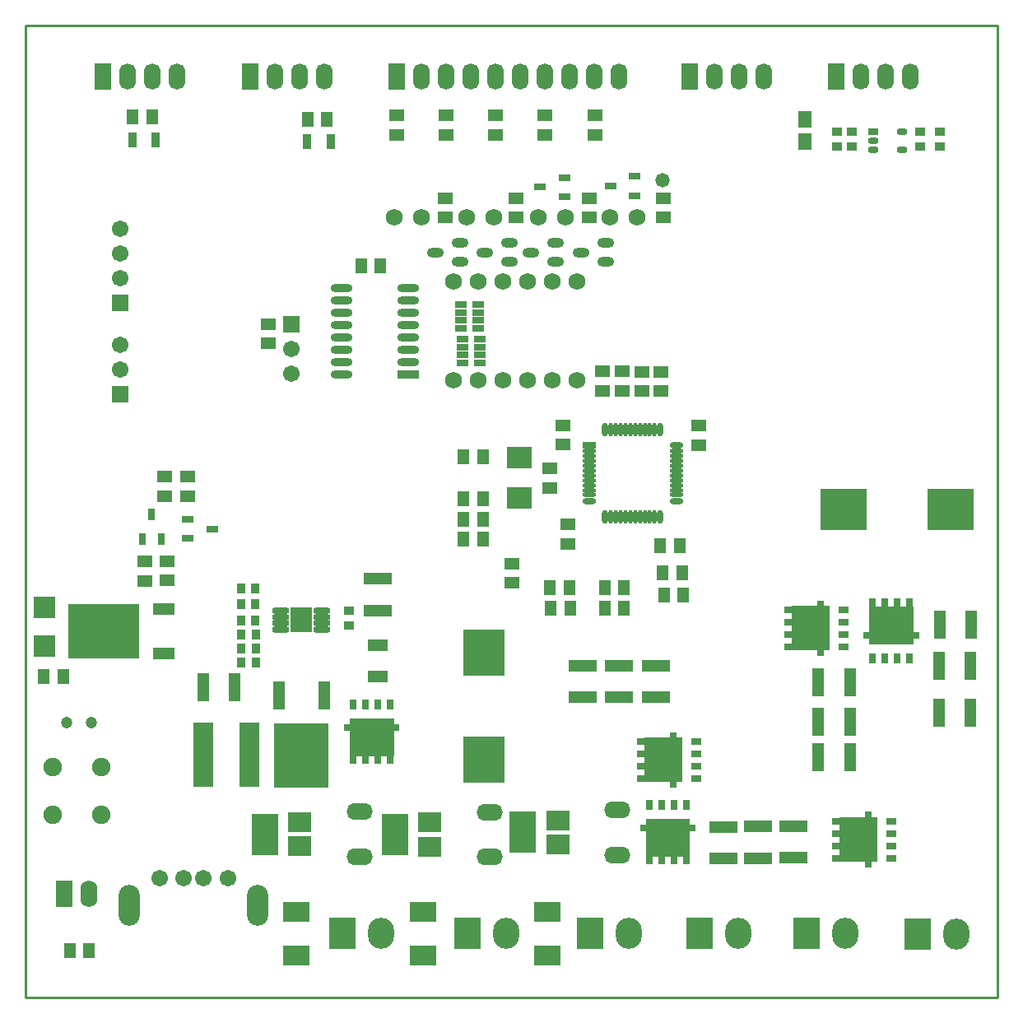
<source format=gts>
%FSLAX25Y25*%
%MOIN*%
G70*
G01*
G75*
G04 Layer_Color=8388736*
%ADD10R,0.02559X0.05315*%
%ADD11R,0.14410X0.09843*%
%ADD12R,0.14410X0.07874*%
%ADD13R,0.01969X0.06299*%
%ADD14R,0.03543X0.02126*%
%ADD15R,0.09843X0.14410*%
%ADD16R,0.07874X0.14410*%
%ADD17R,0.06299X0.01969*%
%ADD18R,0.02126X0.03543*%
%ADD19R,0.03937X0.05118*%
%ADD20R,0.05118X0.03937*%
%ADD21R,0.05000X0.06000*%
%ADD22O,0.05906X0.03150*%
%ADD23R,0.04000X0.01969*%
%ADD24R,0.10000X0.07500*%
%ADD25O,0.09843X0.05906*%
%ADD26R,0.08661X0.07087*%
%ADD27R,0.09843X0.15748*%
%ADD28R,0.08000X0.02400*%
%ADD29O,0.08000X0.02400*%
%ADD30R,0.09449X0.08268*%
%ADD31R,0.07874X0.07874*%
%ADD32R,0.03347X0.02756*%
%ADD33R,0.02756X0.03347*%
%ADD34R,0.07087X0.03937*%
%ADD35R,0.03937X0.10630*%
%ADD36R,0.10630X0.03937*%
%ADD37R,0.03937X0.02362*%
%ADD38R,0.02362X0.03937*%
%ADD39O,0.00984X0.04724*%
%ADD40O,0.04724X0.00984*%
%ADD41O,0.04724X0.01772*%
%ADD42O,0.01772X0.04724*%
%ADD43R,0.04724X0.01772*%
%ADD44O,0.03543X0.01969*%
%ADD45R,0.03543X0.01969*%
%ADD46O,0.03543X0.01969*%
%ADD47R,0.17716X0.15748*%
%ADD48R,0.15748X0.17716*%
%ADD49R,0.27953X0.21654*%
%ADD50R,0.08268X0.03937*%
%ADD51R,0.07559X0.25590*%
%ADD52R,0.21654X0.25197*%
%ADD53R,0.03937X0.10827*%
%ADD54O,0.06299X0.01772*%
%ADD55R,0.08071X0.09055*%
%ADD56C,0.01000*%
%ADD57C,0.00800*%
%ADD58C,0.02000*%
%ADD59C,0.01200*%
%ADD60C,0.03000*%
%ADD61C,0.04000*%
%ADD62C,0.03500*%
%ADD63C,0.06000*%
%ADD64C,0.01500*%
%ADD65C,0.10000*%
%ADD66C,0.08000*%
%ADD67R,0.14500X0.04200*%
%ADD68R,0.04100X0.17800*%
%ADD69R,0.17100X0.04200*%
%ADD70R,0.04400X0.22500*%
%ADD71R,0.04100X0.19500*%
%ADD72R,0.16800X0.04200*%
%ADD73R,0.02437X0.03577*%
%ADD74R,0.23300X0.07400*%
%ADD75R,0.16351X0.07500*%
%ADD76R,0.55500X0.04751*%
%ADD77R,0.07912X0.15875*%
%ADD78R,0.05600X0.05100*%
%ADD79R,0.40000X0.08400*%
%ADD80R,0.28400X0.16700*%
%ADD81R,0.07300X0.03700*%
%ADD82R,0.08300X0.49900*%
%ADD83R,0.03900X0.06100*%
%ADD84R,0.08664X0.44500*%
%ADD85R,0.16500X0.07900*%
%ADD86R,0.06000X0.16300*%
%ADD87R,0.23600X0.17400*%
%ADD88R,0.25624X0.17093*%
%ADD89R,0.24100X0.17400*%
%ADD90C,0.06000*%
%ADD91O,0.06000X0.10000*%
%ADD92R,0.06000X0.10000*%
%ADD93O,0.05906X0.09843*%
%ADD94R,0.05906X0.09843*%
%ADD95C,0.06693*%
%ADD96R,0.05906X0.05906*%
%ADD97C,0.05906*%
%ADD98C,0.03937*%
%ADD99O,0.07874X0.15748*%
%ADD100O,0.09843X0.11811*%
%ADD101R,0.09843X0.11811*%
%ADD102C,0.02000*%
%ADD103C,0.03000*%
%ADD104C,0.04000*%
%ADD105C,0.05000*%
%ADD106C,0.02598*%
%ADD107R,0.05512X0.07087*%
%ADD108R,0.13386X0.07087*%
%ADD109O,0.02756X0.01181*%
%ADD110O,0.01181X0.02756*%
%ADD111R,0.07087X0.13386*%
%ADD112R,0.15900X0.03600*%
%ADD113R,0.05800X0.21700*%
%ADD114R,0.17600X0.04300*%
%ADD115R,0.04400X0.22100*%
%ADD116R,0.03084X0.06973*%
%ADD117R,0.10427X0.02514*%
%ADD118R,0.12200X0.03500*%
%ADD119R,0.08500X0.07122*%
%ADD120R,0.21373X0.05490*%
%ADD121R,0.03200X0.06000*%
%ADD122R,0.02900X0.13700*%
%ADD123R,0.22500X1.19600*%
%ADD124R,0.29000X0.26900*%
%ADD125C,0.00394*%
%ADD126C,0.00500*%
%ADD127C,0.00984*%
%ADD128C,0.00787*%
%ADD129C,0.00591*%
%ADD130R,0.04724X0.02756*%
%ADD131R,0.01968X0.03543*%
%ADD132R,0.03359X0.06115*%
%ADD133R,0.15210X0.10642*%
%ADD134R,0.15210X0.08674*%
%ADD135R,0.02769X0.07099*%
%ADD136R,0.04343X0.02926*%
%ADD137R,0.10642X0.15210*%
%ADD138R,0.08674X0.15210*%
%ADD139R,0.07099X0.02769*%
%ADD140R,0.02926X0.04343*%
%ADD141R,0.04737X0.05918*%
%ADD142R,0.05918X0.04737*%
%ADD143R,0.05800X0.06800*%
%ADD144O,0.06706X0.03950*%
%ADD145R,0.04800X0.02769*%
%ADD146R,0.10800X0.08300*%
%ADD147O,0.10642X0.06706*%
%ADD148R,0.09461X0.07887*%
%ADD149R,0.10642X0.16548*%
%ADD150R,0.08800X0.03200*%
%ADD151O,0.08800X0.03200*%
%ADD152R,0.10249X0.09068*%
%ADD153R,0.08674X0.08674*%
%ADD154R,0.04147X0.03556*%
%ADD155R,0.03556X0.04147*%
%ADD156R,0.07887X0.04737*%
%ADD157R,0.04737X0.11430*%
%ADD158R,0.11430X0.04737*%
%ADD159R,0.04737X0.03162*%
%ADD160R,0.03162X0.04737*%
%ADD161O,0.01784X0.05524*%
%ADD162O,0.05524X0.01784*%
%ADD163O,0.05524X0.02572*%
%ADD164O,0.02572X0.05524*%
%ADD165R,0.05524X0.02572*%
%ADD166O,0.04343X0.02769*%
%ADD167R,0.04343X0.02769*%
%ADD168O,0.04343X0.02769*%
%ADD169R,0.18517X0.16548*%
%ADD170R,0.16548X0.18517*%
%ADD171R,0.28753X0.22453*%
%ADD172R,0.09068X0.04737*%
%ADD173R,0.08359X0.26391*%
%ADD174R,0.22453X0.25997*%
%ADD175R,0.04737X0.11627*%
%ADD176O,0.07099X0.02572*%
%ADD177R,0.08871X0.09855*%
%ADD178C,0.06800*%
%ADD179O,0.06800X0.10800*%
%ADD180R,0.06800X0.10800*%
%ADD181O,0.06706X0.10642*%
%ADD182R,0.06706X0.10642*%
%ADD183C,0.07493*%
%ADD184R,0.06706X0.06706*%
%ADD185C,0.06706*%
%ADD186C,0.04737*%
%ADD187O,0.08674X0.16548*%
%ADD188O,0.10642X0.12611*%
%ADD189R,0.10642X0.12611*%
%ADD190C,0.05800*%
D56*
X311024Y-393701D02*
Y0D01*
X-82677Y-393701D02*
X311024D01*
X-82677D02*
Y0D01*
X311024D01*
D132*
X31400Y-47200D02*
D03*
X40849D02*
D03*
X-39500Y-46500D02*
D03*
X-30051D02*
D03*
D133*
X254672Y-326141D02*
D03*
X175572Y-293841D02*
D03*
X235272Y-240541D02*
D03*
D134*
X254672Y-334383D02*
D03*
X175572Y-302083D02*
D03*
X235272Y-248783D02*
D03*
D135*
X258708Y-321888D02*
D03*
Y-337636D02*
D03*
X179608Y-289588D02*
D03*
Y-305336D02*
D03*
X239308Y-236288D02*
D03*
Y-252036D02*
D03*
D136*
X267960Y-332262D02*
D03*
X245922D02*
D03*
X267960Y-322262D02*
D03*
Y-327262D02*
D03*
X245922Y-322262D02*
D03*
X267960Y-337262D02*
D03*
X245922D02*
D03*
Y-327262D02*
D03*
X188860Y-299962D02*
D03*
X166822D02*
D03*
X188860Y-289962D02*
D03*
Y-294962D02*
D03*
X166822Y-289962D02*
D03*
X188860Y-304962D02*
D03*
X166822D02*
D03*
Y-294962D02*
D03*
X248560Y-246662D02*
D03*
X226522D02*
D03*
X248560Y-236662D02*
D03*
Y-241662D02*
D03*
X226522Y-236662D02*
D03*
X248560Y-251662D02*
D03*
X226522D02*
D03*
Y-241662D02*
D03*
D137*
X173857Y-329000D02*
D03*
X271559Y-242972D02*
D03*
X53941Y-288328D02*
D03*
D138*
X182100Y-329000D02*
D03*
X263317Y-242972D02*
D03*
X62183Y-288328D02*
D03*
D139*
X169605Y-324965D02*
D03*
X185353D02*
D03*
X275812Y-247008D02*
D03*
X260064D02*
D03*
X49688Y-284292D02*
D03*
X65436D02*
D03*
D140*
X179979Y-315713D02*
D03*
Y-337750D02*
D03*
X169979Y-315713D02*
D03*
X174979D02*
D03*
X169979Y-337750D02*
D03*
X184979Y-315713D02*
D03*
Y-337750D02*
D03*
X174979D02*
D03*
X265438Y-256260D02*
D03*
Y-234222D02*
D03*
X275438Y-256260D02*
D03*
X270438D02*
D03*
X275438Y-234222D02*
D03*
X260438Y-256260D02*
D03*
Y-234222D02*
D03*
X270438D02*
D03*
X60062Y-275040D02*
D03*
Y-297078D02*
D03*
X50062Y-275040D02*
D03*
X55062D02*
D03*
X50062Y-297078D02*
D03*
X65062Y-275040D02*
D03*
Y-297078D02*
D03*
X55062D02*
D03*
D141*
X61000Y-97500D02*
D03*
X53126D02*
D03*
X182300Y-210600D02*
D03*
X174426D02*
D03*
X94600Y-200200D02*
D03*
X102474D02*
D03*
X94700Y-191762D02*
D03*
X102574D02*
D03*
X94700Y-174762D02*
D03*
X102574D02*
D03*
X31526Y-38200D02*
D03*
X39400D02*
D03*
X102574Y-208100D02*
D03*
X94700D02*
D03*
X-67426Y-263800D02*
D03*
X-75300D02*
D03*
X-39374Y-37000D02*
D03*
X-31500D02*
D03*
X183674Y-230800D02*
D03*
X175800D02*
D03*
X151826Y-227900D02*
D03*
X159700D02*
D03*
X129626Y-227800D02*
D03*
X137500D02*
D03*
X183174Y-221800D02*
D03*
X175300D02*
D03*
X151826Y-235974D02*
D03*
X159700D02*
D03*
X129926D02*
D03*
X137800D02*
D03*
X-56926Y-374700D02*
D03*
X-64800D02*
D03*
D142*
X190100Y-162200D02*
D03*
Y-170074D02*
D03*
X135000Y-162000D02*
D03*
Y-169874D02*
D03*
X137000Y-210000D02*
D03*
Y-202126D02*
D03*
X129700Y-179388D02*
D03*
Y-187262D02*
D03*
X107750Y-44274D02*
D03*
Y-36400D02*
D03*
X87725Y-44274D02*
D03*
Y-36400D02*
D03*
X166800Y-148174D02*
D03*
Y-140300D02*
D03*
X15600Y-120926D02*
D03*
Y-128800D02*
D03*
X174600Y-148174D02*
D03*
Y-140300D02*
D03*
X-17000Y-190574D02*
D03*
Y-182700D02*
D03*
X-25500Y-224874D02*
D03*
Y-217000D02*
D03*
X-26500Y-182826D02*
D03*
Y-190700D02*
D03*
X67700Y-44274D02*
D03*
Y-36400D02*
D03*
X87200Y-69926D02*
D03*
Y-77800D02*
D03*
X-34400Y-224974D02*
D03*
Y-217100D02*
D03*
X116000Y-70026D02*
D03*
Y-77900D02*
D03*
X145500Y-70026D02*
D03*
Y-77900D02*
D03*
X175500Y-70026D02*
D03*
Y-77900D02*
D03*
X114300Y-218026D02*
D03*
Y-225900D02*
D03*
X159000Y-147974D02*
D03*
Y-140100D02*
D03*
X151100Y-140126D02*
D03*
Y-148000D02*
D03*
X127775Y-36400D02*
D03*
Y-44274D02*
D03*
X147800D02*
D03*
Y-36400D02*
D03*
D143*
X233000Y-47200D02*
D03*
Y-38200D02*
D03*
D144*
X103300Y-91960D02*
D03*
X113300Y-88220D02*
D03*
Y-95700D02*
D03*
X121800Y-91960D02*
D03*
X131800Y-88220D02*
D03*
Y-95700D02*
D03*
X83400Y-91960D02*
D03*
X93400Y-88220D02*
D03*
Y-95700D02*
D03*
X142200Y-91960D02*
D03*
X152200Y-88220D02*
D03*
Y-95700D02*
D03*
D145*
X93745Y-122605D02*
D03*
X100745D02*
D03*
X93745Y-119455D02*
D03*
X100745D02*
D03*
X93745Y-116306D02*
D03*
X100745D02*
D03*
X93745Y-113156D02*
D03*
X100745D02*
D03*
X94245Y-136605D02*
D03*
X101245D02*
D03*
X94245Y-133455D02*
D03*
X101245D02*
D03*
X94245Y-130306D02*
D03*
X101245D02*
D03*
X94245Y-127156D02*
D03*
X101245D02*
D03*
D146*
X128497Y-359100D02*
D03*
Y-376600D02*
D03*
X78349Y-359100D02*
D03*
Y-376600D02*
D03*
X27000Y-359200D02*
D03*
Y-376700D02*
D03*
D147*
X105206Y-336855D02*
D03*
Y-318745D02*
D03*
X52506Y-336655D02*
D03*
Y-318545D02*
D03*
X157006Y-335955D02*
D03*
Y-317845D02*
D03*
D148*
X80994Y-332721D02*
D03*
X80994Y-322879D02*
D03*
X28294Y-332521D02*
D03*
X28294Y-322679D02*
D03*
X132794Y-331821D02*
D03*
X132794Y-321979D02*
D03*
D149*
X66820Y-327800D02*
D03*
X14120Y-327600D02*
D03*
X118620Y-326900D02*
D03*
D150*
X72200Y-141300D02*
D03*
D151*
Y-136300D02*
D03*
Y-131300D02*
D03*
Y-126300D02*
D03*
Y-121300D02*
D03*
Y-116300D02*
D03*
Y-111300D02*
D03*
Y-106300D02*
D03*
X45200D02*
D03*
Y-111300D02*
D03*
Y-116300D02*
D03*
Y-121300D02*
D03*
Y-126300D02*
D03*
Y-131300D02*
D03*
Y-136300D02*
D03*
Y-141300D02*
D03*
D152*
X117200Y-174994D02*
D03*
Y-191530D02*
D03*
D153*
X-75200Y-251548D02*
D03*
Y-235800D02*
D03*
D154*
X252092Y-48997D02*
D03*
Y-43092D02*
D03*
X279500Y-48906D02*
D03*
Y-43000D02*
D03*
X287500Y-43095D02*
D03*
Y-49000D02*
D03*
X245900Y-43095D02*
D03*
Y-49000D02*
D03*
X48400Y-237094D02*
D03*
Y-243000D02*
D03*
D155*
X10406Y-228100D02*
D03*
X4500D02*
D03*
X10611Y-246800D02*
D03*
X4706D02*
D03*
X10605Y-258200D02*
D03*
X4700D02*
D03*
X4705Y-252300D02*
D03*
X10611D02*
D03*
X4500Y-234500D02*
D03*
X10406D02*
D03*
X10400Y-241100D02*
D03*
X4495D02*
D03*
D156*
X60100Y-251100D02*
D03*
Y-263895D02*
D03*
D157*
X1995Y-268000D02*
D03*
X-10800D02*
D03*
X251195Y-266200D02*
D03*
X238400D02*
D03*
X251195Y-282100D02*
D03*
X238400D02*
D03*
X251195Y-296500D02*
D03*
X238400D02*
D03*
X287205Y-278500D02*
D03*
X300000D02*
D03*
X287305Y-259500D02*
D03*
X300100D02*
D03*
X287605Y-242600D02*
D03*
X300400D02*
D03*
D158*
X142900Y-272095D02*
D03*
Y-259300D02*
D03*
X172700Y-272095D02*
D03*
Y-259300D02*
D03*
X157600Y-272095D02*
D03*
Y-259300D02*
D03*
X228322Y-324377D02*
D03*
Y-337172D02*
D03*
X199817Y-324577D02*
D03*
Y-337372D02*
D03*
X214117Y-324477D02*
D03*
Y-337272D02*
D03*
X60000Y-224205D02*
D03*
Y-237000D02*
D03*
D159*
X-17000Y-200000D02*
D03*
X-7158Y-203937D02*
D03*
X-17000Y-207874D02*
D03*
X135500Y-69500D02*
D03*
X125657Y-65563D02*
D03*
X135500Y-61626D02*
D03*
X164000Y-69000D02*
D03*
X154157Y-65063D02*
D03*
X164000Y-61126D02*
D03*
D160*
X-35500Y-208000D02*
D03*
X-31563Y-198158D02*
D03*
X-27626Y-208000D02*
D03*
D161*
X158295Y-199075D02*
D03*
X166169D02*
D03*
X160264D02*
D03*
X164201D02*
D03*
X162232D02*
D03*
X170106D02*
D03*
X164201Y-163642D02*
D03*
X172075D02*
D03*
X156327Y-199075D02*
D03*
X168138D02*
D03*
X170106Y-163642D02*
D03*
X168138D02*
D03*
X166169D02*
D03*
X162232D02*
D03*
X160264D02*
D03*
X158295D02*
D03*
X156327D02*
D03*
X154358D02*
D03*
Y-199075D02*
D03*
X172075D02*
D03*
D162*
X145500Y-188248D02*
D03*
Y-178405D02*
D03*
Y-184311D02*
D03*
Y-190217D02*
D03*
Y-180374D02*
D03*
Y-174469D02*
D03*
X180933Y-182343D02*
D03*
Y-186279D02*
D03*
Y-188248D02*
D03*
X145500Y-172500D02*
D03*
X180933D02*
D03*
X145500Y-182343D02*
D03*
Y-176437D02*
D03*
X180933Y-190217D02*
D03*
Y-180374D02*
D03*
Y-176437D02*
D03*
Y-178405D02*
D03*
Y-184311D02*
D03*
X180933Y-174469D02*
D03*
X145500Y-186279D02*
D03*
D163*
Y-192579D02*
D03*
X180933D02*
D03*
Y-170138D02*
D03*
D164*
X151996Y-199075D02*
D03*
X174437Y-163642D02*
D03*
X151996D02*
D03*
X174437Y-199075D02*
D03*
D165*
X145500Y-170138D02*
D03*
D166*
X272411Y-50480D02*
D03*
X260600Y-46740D02*
D03*
Y-50480D02*
D03*
D167*
Y-43000D02*
D03*
D168*
X272411D02*
D03*
D169*
X248700Y-196100D02*
D03*
X292007D02*
D03*
D170*
X103000Y-297400D02*
D03*
Y-254093D02*
D03*
D171*
X-51183Y-245400D02*
D03*
D172*
X-26774Y-236345D02*
D03*
Y-254455D02*
D03*
D173*
X-10876Y-295500D02*
D03*
X8100D02*
D03*
D174*
X29100Y-295665D02*
D03*
D175*
X20045Y-271452D02*
D03*
X38155D02*
D03*
D176*
X20634Y-237061D02*
D03*
Y-239620D02*
D03*
Y-242179D02*
D03*
Y-244739D02*
D03*
X37366Y-237061D02*
D03*
Y-239620D02*
D03*
Y-242179D02*
D03*
Y-244739D02*
D03*
D177*
X29000Y-240900D02*
D03*
D178*
X154074Y-77837D02*
D03*
X165074D02*
D03*
X124940D02*
D03*
X135940D02*
D03*
X95806D02*
D03*
X106806D02*
D03*
X66672D02*
D03*
X77672D02*
D03*
X120649Y-103900D02*
D03*
X110649D02*
D03*
X100649D02*
D03*
X130649D02*
D03*
X90649D02*
D03*
X140649D02*
D03*
X120649Y-143900D02*
D03*
X110649D02*
D03*
X100649D02*
D03*
X90649D02*
D03*
X130649D02*
D03*
X140649D02*
D03*
D179*
X-57200Y-351900D02*
D03*
D180*
X-67200D02*
D03*
D181*
X255700Y-20700D02*
D03*
X275700D02*
D03*
X265700D02*
D03*
X196300D02*
D03*
X216300D02*
D03*
X206300D02*
D03*
X127500D02*
D03*
X137500D02*
D03*
X147500D02*
D03*
X157500D02*
D03*
X117500D02*
D03*
X107500D02*
D03*
X77500D02*
D03*
X97500D02*
D03*
X87500D02*
D03*
X-31500D02*
D03*
X-21500D02*
D03*
X-41500D02*
D03*
X28200D02*
D03*
X38200D02*
D03*
X18200D02*
D03*
D182*
X245700D02*
D03*
X186300D02*
D03*
X67500D02*
D03*
X-51500D02*
D03*
X8200D02*
D03*
D183*
X-71800Y-319900D02*
D03*
X-52115D02*
D03*
X-71800Y-300400D02*
D03*
X-52115D02*
D03*
D184*
X25000Y-121000D02*
D03*
X-44500Y-112300D02*
D03*
X-44300Y-149500D02*
D03*
D185*
X25000Y-131000D02*
D03*
Y-141000D02*
D03*
X-44500Y-82300D02*
D03*
Y-92300D02*
D03*
Y-102300D02*
D03*
X-44300Y-139500D02*
D03*
Y-129500D02*
D03*
X-841Y-345300D02*
D03*
X-10684D02*
D03*
X-18557D02*
D03*
X-28400D02*
D03*
D186*
X-66000Y-282400D02*
D03*
X-56000D02*
D03*
D187*
X11364Y-356324D02*
D03*
X-40605D02*
D03*
D188*
X294300Y-368000D02*
D03*
X205900Y-367700D02*
D03*
X249200Y-367800D02*
D03*
X161500Y-367700D02*
D03*
X112000D02*
D03*
X61300Y-367800D02*
D03*
D189*
X278709Y-368000D02*
D03*
X190309Y-367700D02*
D03*
X233609Y-367800D02*
D03*
X145909Y-367700D02*
D03*
X96409D02*
D03*
X45709Y-367800D02*
D03*
D190*
X175400Y-62900D02*
D03*
M02*

</source>
